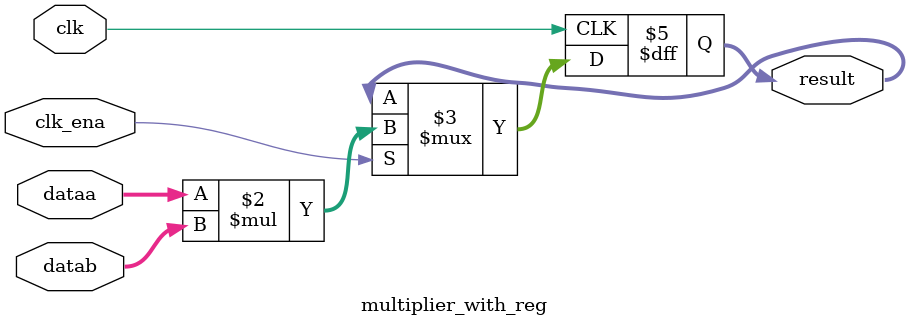
<source format=v>

module fir (
	clk,
	reset,
	clk_ena,
	i_valid,
	i_in,
	o_valid,
	o_out
);
	// Data Width
	parameter dw = 18; //Data input/output bits

	// Number of filter coefficients
	parameter N = 32;
	parameter N_UNIQ = 16; // ciel(N/2) assuming symmetric filter coefficients

	//Number of extra valid cycles needed to align output (i.e. computation pipeline depth + input/output registers
	localparam N_VALID_REGS = 38;

	input clk;
	input reset;
	input clk_ena;
	input i_valid;
	input [dw-1:0] i_in; // signed
	output o_valid;
	output [dw-1:0] o_out; // signed

	// Data Width dervied parameters
	localparam dw_add_int = 18; //Internal adder precision bits
	localparam dw_mult_int = 36; //Internal multiplier precision bits
	localparam scale_factor = 17; //Multiplier normalization shift amount

	// Number of extra registers in INPUT_PIPELINE_REG to prevent contention for CHAIN_END's chain adders
	localparam N_INPUT_REGS = 32;

	// Debug
	// initial begin
	// 	$display ("Data Width: %d", dw);
	// 	$display ("Data Width Add Internal: %d", dw_add_int);
	// 	$display ("Data Width Mult Internal: %d", dw_mult_int);
	// 	$display ("Scale Factor: %d", scale_factor);
	// end

	reg [dw-1:0] COEFFICIENT_0;
	reg [dw-1:0] COEFFICIENT_1;
	reg [dw-1:0] COEFFICIENT_2;
	reg [dw-1:0] COEFFICIENT_3;
	reg [dw-1:0] COEFFICIENT_4;
	reg [dw-1:0] COEFFICIENT_5;
	reg [dw-1:0] COEFFICIENT_6;
	reg [dw-1:0] COEFFICIENT_7;
	reg [dw-1:0] COEFFICIENT_8;
	reg [dw-1:0] COEFFICIENT_9;
	reg [dw-1:0] COEFFICIENT_10;
	reg [dw-1:0] COEFFICIENT_11;
	reg [dw-1:0] COEFFICIENT_12;
	reg [dw-1:0] COEFFICIENT_13;
	reg [dw-1:0] COEFFICIENT_14;
	reg [dw-1:0] COEFFICIENT_15;

	always@(posedge clk) begin
		COEFFICIENT_0 <= 18'd88;
		COEFFICIENT_1 <= 18'd0;
		COEFFICIENT_2 <= -18'd97;
		COEFFICIENT_3 <= -18'd197;
		COEFFICIENT_4 <= -18'd294;
		COEFFICIENT_5 <= -18'd380;
		COEFFICIENT_6 <= -18'd447;
		COEFFICIENT_7 <= -18'd490;
		COEFFICIENT_8 <= -18'd504;
		COEFFICIENT_9 <= -18'd481;
		COEFFICIENT_10 <= -18'd420;
		COEFFICIENT_11 <= -18'd319;
		COEFFICIENT_12 <= -18'd178;
		COEFFICIENT_13 <= 18'd0;
		COEFFICIENT_14 <= 18'd212;
		COEFFICIENT_15 <= 18'd451;
	end

	////******************************************************
	// *
	// * Valid Delay Pipeline
	// *
	// *****************************************************
	//Input valid signal is pipelined to become output valid signal

	//Valid registers
	reg [N_VALID_REGS-1:0] VALID_PIPELINE_REGS;

	always@(posedge clk or posedge reset) begin
		if(reset) begin
			VALID_PIPELINE_REGS <= 0;
		end else begin
			if(clk_ena) begin
				VALID_PIPELINE_REGS <= {VALID_PIPELINE_REGS[N_VALID_REGS-2:0], i_valid};
			end else begin
				VALID_PIPELINE_REGS <= VALID_PIPELINE_REGS;
			end
		end
	end

	////******************************************************
	// *
	// * Input Register Pipeline
	// *
	// *****************************************************
	//Pipelined input values

	//Input value registers

	wire [dw-1:0] INPUT_PIPELINE_REG_0;
	wire [dw-1:0] INPUT_PIPELINE_REG_1;
	wire [dw-1:0] INPUT_PIPELINE_REG_2;
	wire [dw-1:0] INPUT_PIPELINE_REG_3;
	wire [dw-1:0] INPUT_PIPELINE_REG_4;
	wire [dw-1:0] INPUT_PIPELINE_REG_5;
	wire [dw-1:0] INPUT_PIPELINE_REG_6;
	wire [dw-1:0] INPUT_PIPELINE_REG_7;
	wire [dw-1:0] INPUT_PIPELINE_REG_8;
	wire [dw-1:0] INPUT_PIPELINE_REG_9;
	wire [dw-1:0] INPUT_PIPELINE_REG_10;
	wire [dw-1:0] INPUT_PIPELINE_REG_11;
	wire [dw-1:0] INPUT_PIPELINE_REG_12;
	wire [dw-1:0] INPUT_PIPELINE_REG_13;
	wire [dw-1:0] INPUT_PIPELINE_REG_14;
	wire [dw-1:0] INPUT_PIPELINE_REG_15;
	wire [dw-1:0] INPUT_PIPELINE_REG_16;
	wire [dw-1:0] INPUT_PIPELINE_REG_17;
	wire [dw-1:0] INPUT_PIPELINE_REG_18;
	wire [dw-1:0] INPUT_PIPELINE_REG_19;
	wire [dw-1:0] INPUT_PIPELINE_REG_20;
	wire [dw-1:0] INPUT_PIPELINE_REG_21;
	wire [dw-1:0] INPUT_PIPELINE_REG_22;
	wire [dw-1:0] INPUT_PIPELINE_REG_23;
	wire [dw-1:0] INPUT_PIPELINE_REG_24;
	wire [dw-1:0] INPUT_PIPELINE_REG_25;
	wire [dw-1:0] INPUT_PIPELINE_REG_26;
	wire [dw-1:0] INPUT_PIPELINE_REG_27;
	wire [dw-1:0] INPUT_PIPELINE_REG_28;
	wire [dw-1:0] INPUT_PIPELINE_REG_29;
	wire [dw-1:0] INPUT_PIPELINE_REG_30;
	wire [dw-1:0] INPUT_PIPELINE_REG_31;

	input_pipeline in_pipe(
		.clk(clk), .clk_ena(clk_ena),
		.in_stream(i_in),
		.pipeline_reg_0(INPUT_PIPELINE_REG_0),
		.pipeline_reg_1(INPUT_PIPELINE_REG_1),
		.pipeline_reg_2(INPUT_PIPELINE_REG_2),
		.pipeline_reg_3(INPUT_PIPELINE_REG_3),
		.pipeline_reg_4(INPUT_PIPELINE_REG_4),
		.pipeline_reg_5(INPUT_PIPELINE_REG_5),
		.pipeline_reg_6(INPUT_PIPELINE_REG_6),
		.pipeline_reg_7(INPUT_PIPELINE_REG_7),
		.pipeline_reg_8(INPUT_PIPELINE_REG_8),
		.pipeline_reg_9(INPUT_PIPELINE_REG_9),
		.pipeline_reg_10(INPUT_PIPELINE_REG_10),
		.pipeline_reg_11(INPUT_PIPELINE_REG_11),
		.pipeline_reg_12(INPUT_PIPELINE_REG_12),
		.pipeline_reg_13(INPUT_PIPELINE_REG_13),
		.pipeline_reg_14(INPUT_PIPELINE_REG_14),
		.pipeline_reg_15(INPUT_PIPELINE_REG_15),
		.pipeline_reg_16(INPUT_PIPELINE_REG_16),
		.pipeline_reg_17(INPUT_PIPELINE_REG_17),
		.pipeline_reg_18(INPUT_PIPELINE_REG_18),
		.pipeline_reg_19(INPUT_PIPELINE_REG_19),
		.pipeline_reg_20(INPUT_PIPELINE_REG_20),
		.pipeline_reg_21(INPUT_PIPELINE_REG_21),
		.pipeline_reg_22(INPUT_PIPELINE_REG_22),
		.pipeline_reg_23(INPUT_PIPELINE_REG_23),
		.pipeline_reg_24(INPUT_PIPELINE_REG_24),
		.pipeline_reg_25(INPUT_PIPELINE_REG_25),
		.pipeline_reg_26(INPUT_PIPELINE_REG_26),
		.pipeline_reg_27(INPUT_PIPELINE_REG_27),
		.pipeline_reg_28(INPUT_PIPELINE_REG_28),
		.pipeline_reg_29(INPUT_PIPELINE_REG_29),
		.pipeline_reg_30(INPUT_PIPELINE_REG_30),
		.pipeline_reg_31(INPUT_PIPELINE_REG_31),
		.reset(reset)	);
	defparam in_pipe.WIDTH = 18; // = dw
	////******************************************************
	// *
	// * Computation Pipeline
	// *
	// *****************************************************

	// ************************* LEVEL 0 *************************   
	wire [dw-1:0] L0_output_wires_0;
	wire [dw-1:0] L0_output_wires_1;
	wire [dw-1:0] L0_output_wires_2;
	wire [dw-1:0] L0_output_wires_3;
	wire [dw-1:0] L0_output_wires_4;
	wire [dw-1:0] L0_output_wires_5;
	wire [dw-1:0] L0_output_wires_6;
	wire [dw-1:0] L0_output_wires_7;
	wire [dw-1:0] L0_output_wires_8;
	wire [dw-1:0] L0_output_wires_9;
	wire [dw-1:0] L0_output_wires_10;
	wire [dw-1:0] L0_output_wires_11;
	wire [dw-1:0] L0_output_wires_12;
	wire [dw-1:0] L0_output_wires_13;
	wire [dw-1:0] L0_output_wires_14;
	wire [dw-1:0] L0_output_wires_15;

	adder_with_1_reg L0_adder_0and31(
		.clk(clk), .clk_ena(clk_ena),
		.dataa (INPUT_PIPELINE_REG_0),
		.datab (INPUT_PIPELINE_REG_31),
		.result(L0_output_wires_0)
	);

	adder_with_1_reg L0_adder_1and30(
		.clk(clk), .clk_ena(clk_ena),
		.dataa (INPUT_PIPELINE_REG_1),
		.datab (INPUT_PIPELINE_REG_30),
		.result(L0_output_wires_1)
	);

	adder_with_1_reg L0_adder_2and29(
		.clk(clk), .clk_ena(clk_ena),
		.dataa (INPUT_PIPELINE_REG_2),
		.datab (INPUT_PIPELINE_REG_29),
		.result(L0_output_wires_2)
	);

	adder_with_1_reg L0_adder_3and28(
		.clk(clk), .clk_ena(clk_ena),
		.dataa (INPUT_PIPELINE_REG_3),
		.datab (INPUT_PIPELINE_REG_28),
		.result(L0_output_wires_3)
	);

	adder_with_1_reg L0_adder_4and27(
		.clk(clk), .clk_ena(clk_ena),
		.dataa (INPUT_PIPELINE_REG_4),
		.datab (INPUT_PIPELINE_REG_27),
		.result(L0_output_wires_4)
	);

	adder_with_1_reg L0_adder_5and26(
		.clk(clk), .clk_ena(clk_ena),
		.dataa (INPUT_PIPELINE_REG_5),
		.datab (INPUT_PIPELINE_REG_26),
		.result(L0_output_wires_5)
	);

	adder_with_1_reg L0_adder_6and25(
		.clk(clk), .clk_ena(clk_ena),
		.dataa (INPUT_PIPELINE_REG_6),
		.datab (INPUT_PIPELINE_REG_25),
		.result(L0_output_wires_6)
	);

	adder_with_1_reg L0_adder_7and24(
		.clk(clk), .clk_ena(clk_ena),
		.dataa (INPUT_PIPELINE_REG_7),
		.datab (INPUT_PIPELINE_REG_24),
		.result(L0_output_wires_7)
	);

	adder_with_1_reg L0_adder_8and23(
		.clk(clk), .clk_ena(clk_ena),
		.dataa (INPUT_PIPELINE_REG_8),
		.datab (INPUT_PIPELINE_REG_23),
		.result(L0_output_wires_8)
	);

	adder_with_1_reg L0_adder_9and22(
		.clk(clk), .clk_ena(clk_ena),
		.dataa (INPUT_PIPELINE_REG_9),
		.datab (INPUT_PIPELINE_REG_22),
		.result(L0_output_wires_9)
	);

	adder_with_1_reg L0_adder_10and21(
		.clk(clk), .clk_ena(clk_ena),
		.dataa (INPUT_PIPELINE_REG_10),
		.datab (INPUT_PIPELINE_REG_21),
		.result(L0_output_wires_10)
	);

	adder_with_1_reg L0_adder_11and20(
		.clk(clk), .clk_ena(clk_ena),
		.dataa (INPUT_PIPELINE_REG_11),
		.datab (INPUT_PIPELINE_REG_20),
		.result(L0_output_wires_11)
	);

	adder_with_1_reg L0_adder_12and19(
		.clk(clk), .clk_ena(clk_ena),
		.dataa (INPUT_PIPELINE_REG_12),
		.datab (INPUT_PIPELINE_REG_19),
		.result(L0_output_wires_12)
	);

	adder_with_1_reg L0_adder_13and18(
		.clk(clk), .clk_ena(clk_ena),
		.dataa (INPUT_PIPELINE_REG_13),
		.datab (INPUT_PIPELINE_REG_18),
		.result(L0_output_wires_13)
	);

	adder_with_1_reg L0_adder_14and17(
		.clk(clk), .clk_ena(clk_ena),
		.dataa (INPUT_PIPELINE_REG_14),
		.datab (INPUT_PIPELINE_REG_17),
		.result(L0_output_wires_14)
	);

	adder_with_1_reg L0_adder_15and16(
		.clk(clk), .clk_ena(clk_ena),
		.dataa (INPUT_PIPELINE_REG_15),
		.datab (INPUT_PIPELINE_REG_16),
		.result(L0_output_wires_15)
	);

	// (16 main tree Adders)

	// ************************* LEVEL 1 *************************   
	// **************** Multipliers ****************   
	wire [dw-1:0] L1_mult_wires_0;
	wire [dw-1:0] L1_mult_wires_1;
	wire [dw-1:0] L1_mult_wires_2;
	wire [dw-1:0] L1_mult_wires_3;
	wire [dw-1:0] L1_mult_wires_4;
	wire [dw-1:0] L1_mult_wires_5;
	wire [dw-1:0] L1_mult_wires_6;
	wire [dw-1:0] L1_mult_wires_7;
	wire [dw-1:0] L1_mult_wires_8;
	wire [dw-1:0] L1_mult_wires_9;
	wire [dw-1:0] L1_mult_wires_10;
	wire [dw-1:0] L1_mult_wires_11;
	wire [dw-1:0] L1_mult_wires_12;
	wire [dw-1:0] L1_mult_wires_13;
	wire [dw-1:0] L1_mult_wires_14;
	wire [dw-1:0] L1_mult_wires_15;

	multiplier_with_reg L1_mul_0(
		.clk(clk), .clk_ena(clk_ena),
		.dataa (L0_output_wires_0),
		.datab (COEFFICIENT_0),
		.result(L1_mult_wires_0)
	);

	multiplier_with_reg L1_mul_1(
		.clk(clk), .clk_ena(clk_ena),
		.dataa (L0_output_wires_1),
		.datab (COEFFICIENT_1),
		.result(L1_mult_wires_1)
	);

	multiplier_with_reg L1_mul_2(
		.clk(clk), .clk_ena(clk_ena),
		.dataa (L0_output_wires_2),
		.datab (COEFFICIENT_2),
		.result(L1_mult_wires_2)
	);

	multiplier_with_reg L1_mul_3(
		.clk(clk), .clk_ena(clk_ena),
		.dataa (L0_output_wires_3),
		.datab (COEFFICIENT_3),
		.result(L1_mult_wires_3)
	);

	multiplier_with_reg L1_mul_4(
		.clk(clk), .clk_ena(clk_ena),
		.dataa (L0_output_wires_4),
		.datab (COEFFICIENT_4),
		.result(L1_mult_wires_4)
	);

	multiplier_with_reg L1_mul_5(
		.clk(clk), .clk_ena(clk_ena),
		.dataa (L0_output_wires_5),
		.datab (COEFFICIENT_5),
		.result(L1_mult_wires_5)
	);

	multiplier_with_reg L1_mul_6(
		.clk(clk), .clk_ena(clk_ena),
		.dataa (L0_output_wires_6),
		.datab (COEFFICIENT_6),
		.result(L1_mult_wires_6)
	);

	multiplier_with_reg L1_mul_7(
		.clk(clk), .clk_ena(clk_ena),
		.dataa (L0_output_wires_7),
		.datab (COEFFICIENT_7),
		.result(L1_mult_wires_7)
	);

	multiplier_with_reg L1_mul_8(
		.clk(clk), .clk_ena(clk_ena),
		.dataa (L0_output_wires_8),
		.datab (COEFFICIENT_8),
		.result(L1_mult_wires_8)
	);

	multiplier_with_reg L1_mul_9(
		.clk(clk), .clk_ena(clk_ena),
		.dataa (L0_output_wires_9),
		.datab (COEFFICIENT_9),
		.result(L1_mult_wires_9)
	);

	multiplier_with_reg L1_mul_10(
		.clk(clk), .clk_ena(clk_ena),
		.dataa (L0_output_wires_10),
		.datab (COEFFICIENT_10),
		.result(L1_mult_wires_10)
	);

	multiplier_with_reg L1_mul_11(
		.clk(clk), .clk_ena(clk_ena),
		.dataa (L0_output_wires_11),
		.datab (COEFFICIENT_11),
		.result(L1_mult_wires_11)
	);

	multiplier_with_reg L1_mul_12(
		.clk(clk), .clk_ena(clk_ena),
		.dataa (L0_output_wires_12),
		.datab (COEFFICIENT_12),
		.result(L1_mult_wires_12)
	);

	multiplier_with_reg L1_mul_13(
		.clk(clk), .clk_ena(clk_ena),
		.dataa (L0_output_wires_13),
		.datab (COEFFICIENT_13),
		.result(L1_mult_wires_13)
	);

	multiplier_with_reg L1_mul_14(
		.clk(clk), .clk_ena(clk_ena),
		.dataa (L0_output_wires_14),
		.datab (COEFFICIENT_14),
		.result(L1_mult_wires_14)
	);

	multiplier_with_reg L1_mul_15(
		.clk(clk), .clk_ena(clk_ena),
		.dataa (L0_output_wires_15),
		.datab (COEFFICIENT_15),
		.result(L1_mult_wires_15)
	);

	// (16 Multipliers)

	// **************** Adders ****************   
	wire [dw-1:0] L1_output_wires_0;
	wire [dw-1:0] L1_output_wires_1;
	wire [dw-1:0] L1_output_wires_2;
	wire [dw-1:0] L1_output_wires_3;
	wire [dw-1:0] L1_output_wires_4;
	wire [dw-1:0] L1_output_wires_5;
	wire [dw-1:0] L1_output_wires_6;
	wire [dw-1:0] L1_output_wires_7;

	adder_with_1_reg L1_adder_0and1(
		.clk(clk), .clk_ena(clk_ena),
		.dataa (L1_mult_wires_0),
		.datab (L1_mult_wires_1),
		.result(L1_output_wires_0)
	);

	adder_with_1_reg L1_adder_2and3(
		.clk(clk), .clk_ena(clk_ena),
		.dataa (L1_mult_wires_2),
		.datab (L1_mult_wires_3),
		.result(L1_output_wires_1)
	);

	adder_with_1_reg L1_adder_4and5(
		.clk(clk), .clk_ena(clk_ena),
		.dataa (L1_mult_wires_4),
		.datab (L1_mult_wires_5),
		.result(L1_output_wires_2)
	);

	adder_with_1_reg L1_adder_6and7(
		.clk(clk), .clk_ena(clk_ena),
		.dataa (L1_mult_wires_6),
		.datab (L1_mult_wires_7),
		.result(L1_output_wires_3)
	);

	adder_with_1_reg L1_adder_8and9(
		.clk(clk), .clk_ena(clk_ena),
		.dataa (L1_mult_wires_8),
		.datab (L1_mult_wires_9),
		.result(L1_output_wires_4)
	);

	adder_with_1_reg L1_adder_10and11(
		.clk(clk), .clk_ena(clk_ena),
		.dataa (L1_mult_wires_10),
		.datab (L1_mult_wires_11),
		.result(L1_output_wires_5)
	);

	adder_with_1_reg L1_adder_12and13(
		.clk(clk), .clk_ena(clk_ena),
		.dataa (L1_mult_wires_12),
		.datab (L1_mult_wires_13),
		.result(L1_output_wires_6)
	);

	adder_with_1_reg L1_adder_14and15(
		.clk(clk), .clk_ena(clk_ena),
		.dataa (L1_mult_wires_14),
		.datab (L1_mult_wires_15),
		.result(L1_output_wires_7)
	);

	// (8 main tree Adders)

	// ************************* LEVEL 2 *************************   
	wire [dw-1:0] L2_output_wires_0;
	wire [dw-1:0] L2_output_wires_1;
	wire [dw-1:0] L2_output_wires_2;
	wire [dw-1:0] L2_output_wires_3;

	adder_with_1_reg L2_adder_0and1(
		.clk(clk), .clk_ena(clk_ena),
		.dataa (L1_output_wires_0),
		.datab (L1_output_wires_1),
		.result(L2_output_wires_0)
	);

	adder_with_1_reg L2_adder_2and3(
		.clk(clk), .clk_ena(clk_ena),
		.dataa (L1_output_wires_2),
		.datab (L1_output_wires_3),
		.result(L2_output_wires_1)
	);

	adder_with_1_reg L2_adder_4and5(
		.clk(clk), .clk_ena(clk_ena),
		.dataa (L1_output_wires_4),
		.datab (L1_output_wires_5),
		.result(L2_output_wires_2)
	);

	adder_with_1_reg L2_adder_6and7(
		.clk(clk), .clk_ena(clk_ena),
		.dataa (L1_output_wires_6),
		.datab (L1_output_wires_7),
		.result(L2_output_wires_3)
	);

	// (4 main tree Adders)

	// ************************* LEVEL 3 *************************   
	wire [dw-1:0] L3_output_wires_0;
	wire [dw-1:0] L3_output_wires_1;

	adder_with_1_reg L3_adder_0and1(
		.clk(clk), .clk_ena(clk_ena),
		.dataa (L2_output_wires_0),
		.datab (L2_output_wires_1),
		.result(L3_output_wires_0)
	);

	adder_with_1_reg L3_adder_2and3(
		.clk(clk), .clk_ena(clk_ena),
		.dataa (L2_output_wires_2),
		.datab (L2_output_wires_3),
		.result(L3_output_wires_1)
	);

	// (2 main tree Adders)

	// ************************* LEVEL 4 *************************   
	wire [dw-1:0] L4_output_wires_0;

	adder_with_1_reg L4_adder_0and1(
		.clk(clk), .clk_ena(clk_ena),
		.dataa (L3_output_wires_0),
		.datab (L3_output_wires_1),
		.result(L4_output_wires_0)
	);

	// (1 main tree Adders)

	////******************************************************
	// *
	// * Output Logic
	// *
	// *****************************************************
	//Actual outputs
	assign o_out = L4_output_wires_0;

	assign o_valid = VALID_PIPELINE_REGS[N_VALID_REGS-1];

endmodule


module input_pipeline (
	clk,
	clk_ena,
	in_stream,
	pipeline_reg_0,
	pipeline_reg_1,
	pipeline_reg_2,
	pipeline_reg_3,
	pipeline_reg_4,
	pipeline_reg_5,
	pipeline_reg_6,
	pipeline_reg_7,
	pipeline_reg_8,
	pipeline_reg_9,
	pipeline_reg_10,
	pipeline_reg_11,
	pipeline_reg_12,
	pipeline_reg_13,
	pipeline_reg_14,
	pipeline_reg_15,
	pipeline_reg_16,
	pipeline_reg_17,
	pipeline_reg_18,
	pipeline_reg_19,
	pipeline_reg_20,
	pipeline_reg_21,
	pipeline_reg_22,
	pipeline_reg_23,
	pipeline_reg_24,
	pipeline_reg_25,
	pipeline_reg_26,
	pipeline_reg_27,
	pipeline_reg_28,
	pipeline_reg_29,
	pipeline_reg_30,
	pipeline_reg_31,
	reset);
	parameter WIDTH = 1;
	//Input value registers
	input clk;
	input clk_ena;
	input [WIDTH-1:0] in_stream;
	output [WIDTH-1:0] pipeline_reg_0;
	output [WIDTH-1:0] pipeline_reg_1;
	output [WIDTH-1:0] pipeline_reg_2;
	output [WIDTH-1:0] pipeline_reg_3;
	output [WIDTH-1:0] pipeline_reg_4;
	output [WIDTH-1:0] pipeline_reg_5;
	output [WIDTH-1:0] pipeline_reg_6;
	output [WIDTH-1:0] pipeline_reg_7;
	output [WIDTH-1:0] pipeline_reg_8;
	output [WIDTH-1:0] pipeline_reg_9;
	output [WIDTH-1:0] pipeline_reg_10;
	output [WIDTH-1:0] pipeline_reg_11;
	output [WIDTH-1:0] pipeline_reg_12;
	output [WIDTH-1:0] pipeline_reg_13;
	output [WIDTH-1:0] pipeline_reg_14;
	output [WIDTH-1:0] pipeline_reg_15;
	output [WIDTH-1:0] pipeline_reg_16;
	output [WIDTH-1:0] pipeline_reg_17;
	output [WIDTH-1:0] pipeline_reg_18;
	output [WIDTH-1:0] pipeline_reg_19;
	output [WIDTH-1:0] pipeline_reg_20;
	output [WIDTH-1:0] pipeline_reg_21;
	output [WIDTH-1:0] pipeline_reg_22;
	output [WIDTH-1:0] pipeline_reg_23;
	output [WIDTH-1:0] pipeline_reg_24;
	output [WIDTH-1:0] pipeline_reg_25;
	output [WIDTH-1:0] pipeline_reg_26;
	output [WIDTH-1:0] pipeline_reg_27;
	output [WIDTH-1:0] pipeline_reg_28;
	output [WIDTH-1:0] pipeline_reg_29;
	output [WIDTH-1:0] pipeline_reg_30;
	output [WIDTH-1:0] pipeline_reg_31;
	reg [WIDTH-1:0] pipeline_reg_0;
	reg [WIDTH-1:0] pipeline_reg_1;
	reg [WIDTH-1:0] pipeline_reg_2;
	reg [WIDTH-1:0] pipeline_reg_3;
	reg [WIDTH-1:0] pipeline_reg_4;
	reg [WIDTH-1:0] pipeline_reg_5;
	reg [WIDTH-1:0] pipeline_reg_6;
	reg [WIDTH-1:0] pipeline_reg_7;
	reg [WIDTH-1:0] pipeline_reg_8;
	reg [WIDTH-1:0] pipeline_reg_9;
	reg [WIDTH-1:0] pipeline_reg_10;
	reg [WIDTH-1:0] pipeline_reg_11;
	reg [WIDTH-1:0] pipeline_reg_12;
	reg [WIDTH-1:0] pipeline_reg_13;
	reg [WIDTH-1:0] pipeline_reg_14;
	reg [WIDTH-1:0] pipeline_reg_15;
	reg [WIDTH-1:0] pipeline_reg_16;
	reg [WIDTH-1:0] pipeline_reg_17;
	reg [WIDTH-1:0] pipeline_reg_18;
	reg [WIDTH-1:0] pipeline_reg_19;
	reg [WIDTH-1:0] pipeline_reg_20;
	reg [WIDTH-1:0] pipeline_reg_21;
	reg [WIDTH-1:0] pipeline_reg_22;
	reg [WIDTH-1:0] pipeline_reg_23;
	reg [WIDTH-1:0] pipeline_reg_24;
	reg [WIDTH-1:0] pipeline_reg_25;
	reg [WIDTH-1:0] pipeline_reg_26;
	reg [WIDTH-1:0] pipeline_reg_27;
	reg [WIDTH-1:0] pipeline_reg_28;
	reg [WIDTH-1:0] pipeline_reg_29;
	reg [WIDTH-1:0] pipeline_reg_30;
	reg [WIDTH-1:0] pipeline_reg_31;
	input reset;

	always@(posedge clk or posedge reset) begin
		if(reset) begin
			pipeline_reg_0 <= 0;
			pipeline_reg_1 <= 0;
			pipeline_reg_2 <= 0;
			pipeline_reg_3 <= 0;
			pipeline_reg_4 <= 0;
			pipeline_reg_5 <= 0;
			pipeline_reg_6 <= 0;
			pipeline_reg_7 <= 0;
			pipeline_reg_8 <= 0;
			pipeline_reg_9 <= 0;
			pipeline_reg_10 <= 0;
			pipeline_reg_11 <= 0;
			pipeline_reg_12 <= 0;
			pipeline_reg_13 <= 0;
			pipeline_reg_14 <= 0;
			pipeline_reg_15 <= 0;
			pipeline_reg_16 <= 0;
			pipeline_reg_17 <= 0;
			pipeline_reg_18 <= 0;
			pipeline_reg_19 <= 0;
			pipeline_reg_20 <= 0;
			pipeline_reg_21 <= 0;
			pipeline_reg_22 <= 0;
			pipeline_reg_23 <= 0;
			pipeline_reg_24 <= 0;
			pipeline_reg_25 <= 0;
			pipeline_reg_26 <= 0;
			pipeline_reg_27 <= 0;
			pipeline_reg_28 <= 0;
			pipeline_reg_29 <= 0;
			pipeline_reg_30 <= 0;
			pipeline_reg_31 <= 0;
		end else begin
			if(clk_ena) begin
				pipeline_reg_0 <= in_stream;
				pipeline_reg_1 <= pipeline_reg_0;
				pipeline_reg_2 <= pipeline_reg_1;
				pipeline_reg_3 <= pipeline_reg_2;
				pipeline_reg_4 <= pipeline_reg_3;
				pipeline_reg_5 <= pipeline_reg_4;
				pipeline_reg_6 <= pipeline_reg_5;
				pipeline_reg_7 <= pipeline_reg_6;
				pipeline_reg_8 <= pipeline_reg_7;
				pipeline_reg_9 <= pipeline_reg_8;
				pipeline_reg_10 <= pipeline_reg_9;
				pipeline_reg_11 <= pipeline_reg_10;
				pipeline_reg_12 <= pipeline_reg_11;
				pipeline_reg_13 <= pipeline_reg_12;
				pipeline_reg_14 <= pipeline_reg_13;
				pipeline_reg_15 <= pipeline_reg_14;
				pipeline_reg_16 <= pipeline_reg_15;
				pipeline_reg_17 <= pipeline_reg_16;
				pipeline_reg_18 <= pipeline_reg_17;
				pipeline_reg_19 <= pipeline_reg_18;
				pipeline_reg_20 <= pipeline_reg_19;
				pipeline_reg_21 <= pipeline_reg_20;
				pipeline_reg_22 <= pipeline_reg_21;
				pipeline_reg_23 <= pipeline_reg_22;
				pipeline_reg_24 <= pipeline_reg_23;
				pipeline_reg_25 <= pipeline_reg_24;
				pipeline_reg_26 <= pipeline_reg_25;
				pipeline_reg_27 <= pipeline_reg_26;
				pipeline_reg_28 <= pipeline_reg_27;
				pipeline_reg_29 <= pipeline_reg_28;
				pipeline_reg_30 <= pipeline_reg_29;
				pipeline_reg_31 <= pipeline_reg_30;
			end //else begin
				//pipeline_reg_0 <= pipeline_reg_0;
				//pipeline_reg_1 <= pipeline_reg_1;
				//pipeline_reg_2 <= pipeline_reg_2;
				//pipeline_reg_3 <= pipeline_reg_3;
				//pipeline_reg_4 <= pipeline_reg_4;
				//pipeline_reg_5 <= pipeline_reg_5;
				//pipeline_reg_6 <= pipeline_reg_6;
				//pipeline_reg_7 <= pipeline_reg_7;
				//pipeline_reg_8 <= pipeline_reg_8;
				//pipeline_reg_9 <= pipeline_reg_9;
				//pipeline_reg_10 <= pipeline_reg_10;
				//pipeline_reg_11 <= pipeline_reg_11;
				//pipeline_reg_12 <= pipeline_reg_12;
				//pipeline_reg_13 <= pipeline_reg_13;
				//pipeline_reg_14 <= pipeline_reg_14;
				//pipeline_reg_15 <= pipeline_reg_15;
				//pipeline_reg_16 <= pipeline_reg_16;
				//pipeline_reg_17 <= pipeline_reg_17;
				//pipeline_reg_18 <= pipeline_reg_18;
				//pipeline_reg_19 <= pipeline_reg_19;
				//pipeline_reg_20 <= pipeline_reg_20;
				//pipeline_reg_21 <= pipeline_reg_21;
				//pipeline_reg_22 <= pipeline_reg_22;
				//pipeline_reg_23 <= pipeline_reg_23;
				//pipeline_reg_24 <= pipeline_reg_24;
				//pipeline_reg_25 <= pipeline_reg_25;
				//pipeline_reg_26 <= pipeline_reg_26;
				//pipeline_reg_27 <= pipeline_reg_27;
				//pipeline_reg_28 <= pipeline_reg_28;
				//pipeline_reg_29 <= pipeline_reg_29;
				//pipeline_reg_30 <= pipeline_reg_30;
				//pipeline_reg_31 <= pipeline_reg_31;
			//end
		end
	end
endmodule


module adder_with_1_reg (
	clk,
	clk_ena,
	dataa,
	datab,
	result);

	input	  clk;
	input	  clk_ena;
	input	[17:0]  dataa;
	input	[17:0]  datab;
	output	[17:0]  result;

	reg     [17:0]  result;

	always @(posedge clk) begin
		if(clk_ena) begin
			result <= dataa + datab;
		end
	end

endmodule


module multiplier_with_reg (
	clk,
	clk_ena,
	dataa,
	datab,
	result);

	input	  clk;
	input	  clk_ena;
	input	[17:0]  dataa;
	input	[17:0]  datab;
	output	[17:0]  result;

	reg     [17:0]  result;

	always @(posedge clk) begin
		if(clk_ena) begin
			result <= dataa * datab;
		end
	end

endmodule



</source>
